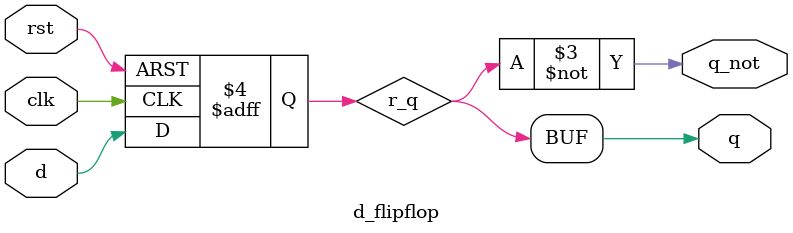
<source format=v>
module d_flipflop (
  input wire d,
  input wire clk,
  input wire rst,
  output wire q,
  output wire q_not
);
  
  reg r_q;
  
  always @(posedge clk, negedge rst)
    begin
      if (~rst)
        r_q <= 1'b0;
      else
        r_q <= d;
    end
  
  assign q = r_q;
  assign q_not = ~(r_q);
endmodule

</source>
